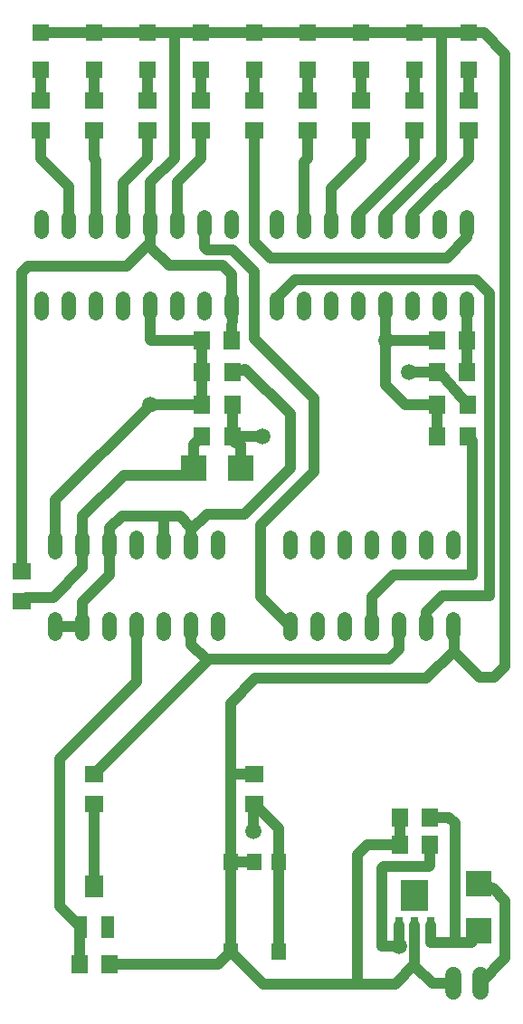
<source format=gbr>
G04 EAGLE Gerber RS-274X export*
G75*
%MOMM*%
%FSLAX34Y34*%
%LPD*%
%INTop Copper*%
%IPPOS*%
%AMOC8*
5,1,8,0,0,1.08239X$1,22.5*%
G01*
%ADD10R,1.600000X1.800000*%
%ADD11R,1.800000X1.600000*%
%ADD12R,2.400000X2.400000*%
%ADD13C,1.320800*%
%ADD14R,0.800000X1.500000*%
%ADD15R,2.500000X3.000000*%
%ADD16C,1.524000*%
%ADD17R,1.500000X1.500000*%
%ADD18R,1.803000X1.600000*%
%ADD19R,1.600000X1.803000*%
%ADD20R,1.300000X2.000000*%
%ADD21R,1.800000X2.000000*%
%ADD22R,1.400000X1.600000*%
%ADD23C,1.016000*%
%ADD24C,1.500000*%


D10*
X201000Y630000D03*
X229000Y630000D03*
X421000Y630000D03*
X449000Y630000D03*
X421000Y600000D03*
X449000Y600000D03*
D11*
X250000Y196000D03*
X250000Y224000D03*
D10*
X86000Y46000D03*
X114000Y46000D03*
D11*
X32500Y386000D03*
X32500Y414000D03*
D10*
X414000Y183500D03*
X386000Y183500D03*
X414000Y158500D03*
X386000Y158500D03*
D12*
X237000Y510000D03*
X193000Y510000D03*
X460000Y78000D03*
X460000Y122000D03*
D13*
X51100Y655296D02*
X51100Y668504D01*
X76500Y668504D02*
X76500Y655296D01*
X203500Y655296D02*
X203500Y668504D01*
X228900Y668504D02*
X228900Y655296D01*
X101900Y655296D02*
X101900Y668504D01*
X127300Y668504D02*
X127300Y655296D01*
X178100Y655296D02*
X178100Y668504D01*
X152700Y668504D02*
X152700Y655296D01*
X228900Y731496D02*
X228900Y744704D01*
X203500Y744704D02*
X203500Y731496D01*
X178100Y731496D02*
X178100Y744704D01*
X152700Y744704D02*
X152700Y731496D01*
X127300Y731496D02*
X127300Y744704D01*
X101900Y744704D02*
X101900Y731496D01*
X76500Y731496D02*
X76500Y744704D01*
X51100Y744704D02*
X51100Y731496D01*
X271100Y668504D02*
X271100Y655296D01*
X296500Y655296D02*
X296500Y668504D01*
X423500Y668504D02*
X423500Y655296D01*
X448900Y655296D02*
X448900Y668504D01*
X321900Y668504D02*
X321900Y655296D01*
X347300Y655296D02*
X347300Y668504D01*
X398100Y668504D02*
X398100Y655296D01*
X372700Y655296D02*
X372700Y668504D01*
X448900Y731496D02*
X448900Y744704D01*
X423500Y744704D02*
X423500Y731496D01*
X398100Y731496D02*
X398100Y744704D01*
X372700Y744704D02*
X372700Y731496D01*
X347300Y731496D02*
X347300Y744704D01*
X321900Y744704D02*
X321900Y731496D01*
X296500Y731496D02*
X296500Y744704D01*
X271100Y744704D02*
X271100Y731496D01*
X283800Y368504D02*
X283800Y355296D01*
X309200Y355296D02*
X309200Y368504D01*
X436200Y368504D02*
X436200Y355296D01*
X436200Y431496D02*
X436200Y444704D01*
X334600Y368504D02*
X334600Y355296D01*
X360000Y355296D02*
X360000Y368504D01*
X410800Y368504D02*
X410800Y355296D01*
X385400Y355296D02*
X385400Y368504D01*
X410800Y431496D02*
X410800Y444704D01*
X385400Y444704D02*
X385400Y431496D01*
X360000Y431496D02*
X360000Y444704D01*
X334600Y444704D02*
X334600Y431496D01*
X309200Y431496D02*
X309200Y444704D01*
X283800Y444704D02*
X283800Y431496D01*
X63800Y368504D02*
X63800Y355296D01*
X89200Y355296D02*
X89200Y368504D01*
X216200Y368504D02*
X216200Y355296D01*
X216200Y431496D02*
X216200Y444704D01*
X114600Y368504D02*
X114600Y355296D01*
X140000Y355296D02*
X140000Y368504D01*
X190800Y368504D02*
X190800Y355296D01*
X165400Y355296D02*
X165400Y368504D01*
X190800Y431496D02*
X190800Y444704D01*
X165400Y444704D02*
X165400Y431496D01*
X140000Y431496D02*
X140000Y444704D01*
X114600Y444704D02*
X114600Y431496D01*
X89200Y431496D02*
X89200Y444704D01*
X63800Y444704D02*
X63800Y431496D01*
D14*
X415000Y82500D03*
X385000Y82500D03*
X400000Y82500D03*
D15*
X400000Y110500D03*
D16*
X435600Y36120D02*
X435600Y20880D01*
X461000Y20880D02*
X461000Y36120D01*
D17*
X50000Y917500D03*
X50000Y882500D03*
X100000Y917500D03*
X100000Y882500D03*
X150000Y917500D03*
X150000Y882500D03*
X200000Y917500D03*
X200000Y882500D03*
X300000Y917500D03*
X300000Y882500D03*
X350000Y917500D03*
X350000Y882500D03*
X400000Y917500D03*
X400000Y882500D03*
X450000Y917500D03*
X450000Y882500D03*
X250000Y917500D03*
X250000Y882500D03*
D18*
X50000Y854220D03*
X50000Y825780D03*
D19*
X420780Y570000D03*
X449220Y570000D03*
X420780Y540000D03*
X449220Y540000D03*
X200780Y600000D03*
X229220Y600000D03*
X200780Y540000D03*
X229220Y540000D03*
X200780Y570000D03*
X229220Y570000D03*
D20*
X87500Y81000D03*
X112500Y81000D03*
D21*
X100000Y119000D03*
D18*
X100000Y195780D03*
X100000Y224220D03*
X100000Y854220D03*
X100000Y825780D03*
X150000Y854220D03*
X150000Y825780D03*
X200000Y854220D03*
X200000Y825780D03*
X250000Y854220D03*
X250000Y825780D03*
X300000Y854220D03*
X300000Y825780D03*
X350000Y854220D03*
X350000Y825780D03*
X400000Y854220D03*
X400000Y825780D03*
X450000Y854220D03*
X450000Y825780D03*
D22*
X272500Y58000D03*
X272500Y142000D03*
X250000Y142000D03*
X227500Y142000D03*
X227500Y58000D03*
D23*
X152700Y738100D02*
X152700Y777700D01*
X175000Y800000D01*
X197500Y915000D02*
X200000Y917500D01*
X150000Y917500D02*
X100000Y917500D01*
X50000Y917500D01*
X200000Y917500D02*
X250000Y917500D01*
X300000Y917500D01*
X350000Y917500D01*
X400000Y917500D01*
X425000Y917500D01*
X450000Y917500D01*
X175000Y917500D02*
X150000Y917500D01*
X175000Y917500D02*
X200000Y917500D01*
X175000Y917500D02*
X175000Y800000D01*
X372700Y747700D02*
X372700Y738100D01*
X372700Y747700D02*
X425000Y800000D01*
X425000Y917500D01*
X228900Y661900D02*
X230000Y660800D01*
X228900Y661900D02*
X228900Y691100D01*
X220000Y700000D02*
X170000Y700000D01*
X152700Y717300D01*
X152700Y738100D01*
X220000Y700000D02*
X228900Y691100D01*
X229100Y661700D02*
X229000Y630000D01*
X229100Y661700D02*
X228900Y661900D01*
X448800Y661800D02*
X449000Y630000D01*
X448800Y661800D02*
X448900Y661900D01*
X448800Y603800D02*
X449000Y600000D01*
X484684Y897316D02*
X464500Y917500D01*
X450000Y917500D01*
X450500Y605500D02*
X449000Y600000D01*
X449000Y630000D02*
X449300Y630500D01*
X448900Y661900D02*
X449000Y662000D01*
X449000Y630000D02*
X449000Y600000D01*
X250000Y142000D02*
X227500Y142000D01*
X227500Y58000D01*
X227500Y142000D02*
X227500Y225000D01*
X227500Y290500D01*
X411000Y314000D02*
X436500Y339500D01*
X436500Y361600D01*
X436200Y361900D01*
X251000Y314000D02*
X227500Y290500D01*
X251000Y314000D02*
X411000Y314000D01*
X250000Y224000D02*
X228500Y224000D01*
X227500Y225000D01*
X32500Y414000D02*
X32500Y693000D01*
X38500Y699000D01*
X130500Y699000D01*
X152700Y721200D01*
X152700Y738100D01*
X114000Y46000D02*
X215500Y46000D01*
X227500Y58000D01*
X400000Y45000D02*
X400000Y82500D01*
X416500Y28500D02*
X435600Y28500D01*
X416500Y28500D02*
X400000Y45000D01*
X400000Y46000D02*
X400000Y82500D01*
X400000Y46000D02*
X381500Y27500D01*
X346000Y27500D01*
X258000Y27500D01*
X227500Y58000D01*
X460500Y314500D02*
X474500Y314500D01*
X460500Y314500D02*
X436500Y338500D01*
X436500Y339500D01*
X484684Y324684D02*
X484684Y897316D01*
X484684Y324684D02*
X474500Y314500D01*
X386000Y183500D02*
X386000Y158500D01*
X355500Y158500D01*
X346000Y149000D02*
X346000Y27500D01*
X346000Y149000D02*
X355500Y158500D01*
X200780Y600000D02*
X199780Y602400D01*
X200180Y629080D02*
X201000Y630000D01*
X63800Y480300D02*
X63800Y438100D01*
X200780Y570000D02*
X199080Y574000D01*
X201000Y630000D02*
X153000Y630000D01*
D24*
X373000Y630000D03*
D23*
X372700Y630300D02*
X372700Y661900D01*
X372700Y630300D02*
X373000Y630000D01*
X421000Y630000D01*
X372500Y630100D02*
X372500Y588500D01*
X372500Y630100D02*
X372700Y630300D01*
D24*
X152500Y570000D03*
D23*
X152500Y569000D01*
X63800Y480300D01*
X200780Y570000D02*
X199580Y573500D01*
D24*
X385000Y63500D03*
D23*
X385000Y82500D01*
X283800Y438100D02*
X283800Y443300D01*
X153000Y630000D02*
X152700Y630300D01*
X152700Y661900D01*
X152500Y570000D02*
X200780Y570000D01*
X200780Y600000D01*
X201000Y600220D02*
X201000Y630000D01*
X201000Y600220D02*
X200780Y600000D01*
X372500Y588500D02*
X391000Y570000D01*
X420780Y570000D01*
X420780Y540000D01*
X414000Y158500D02*
X414000Y157500D01*
X414000Y138500D01*
X413000Y137500D01*
X371000Y137500D01*
X369500Y136000D01*
X369500Y63000D01*
X384500Y63000D01*
X385000Y63500D01*
X101900Y738100D02*
X101900Y798100D01*
X100000Y800000D01*
X100000Y825780D01*
X127300Y777300D02*
X127300Y738100D01*
X127300Y777300D02*
X150000Y800000D01*
X150000Y825780D01*
X178100Y778100D02*
X178100Y738100D01*
X178100Y778100D02*
X200000Y800000D01*
X200000Y825780D01*
X321900Y771900D02*
X321900Y738100D01*
X321900Y771900D02*
X350000Y800000D01*
X350000Y825780D01*
X347300Y747300D02*
X347300Y738100D01*
X347300Y747300D02*
X400000Y800000D01*
X400000Y825780D01*
X398100Y748100D02*
X398100Y738100D01*
X398100Y748100D02*
X450000Y800000D01*
X450000Y825780D01*
X448900Y738100D02*
X448900Y725900D01*
X430000Y707000D01*
X265000Y707000D01*
X250000Y722000D02*
X250000Y825780D01*
X250000Y722000D02*
X265000Y707000D01*
D24*
X394500Y600000D03*
D23*
X421000Y602420D02*
X449220Y570000D01*
X421000Y600000D02*
X421000Y602420D01*
X421000Y600000D02*
X394500Y600000D01*
X203500Y717000D02*
X203500Y738100D01*
X203500Y717000D02*
X206000Y714500D01*
X229500Y714500D01*
X250000Y694000D01*
X250000Y631000D02*
X305500Y575500D01*
X305500Y507000D01*
X255500Y457000D01*
X255500Y390200D01*
X283800Y361900D01*
X250000Y631000D02*
X250000Y694000D01*
X114600Y454100D02*
X114600Y438100D01*
X114600Y454100D02*
X126000Y465500D01*
X165500Y465500D01*
X180000Y465500D01*
X190800Y454700D02*
X190800Y438100D01*
X190800Y454700D02*
X180000Y465500D01*
X165400Y465400D02*
X165400Y438100D01*
X165400Y465400D02*
X165500Y465500D01*
X89200Y384700D02*
X89200Y361900D01*
X114600Y410100D02*
X114600Y438100D01*
X114600Y410100D02*
X89200Y384700D01*
X89200Y361900D02*
X63800Y361900D01*
X229220Y600000D02*
X241700Y602800D01*
X283500Y561000D02*
X283500Y510500D01*
X240500Y467500D01*
X205500Y467500D01*
X190800Y452800D01*
X190800Y438100D01*
X283500Y561000D02*
X241700Y602800D01*
X380000Y410000D02*
X453500Y410000D01*
X380000Y410000D02*
X360000Y390000D01*
X360000Y361900D01*
X453500Y535720D02*
X449220Y540000D01*
X453500Y535720D02*
X453500Y410000D01*
X469500Y391000D02*
X426000Y391000D01*
X410800Y375800D01*
X410800Y361900D01*
X469500Y391000D02*
X469500Y673500D01*
X457000Y686000D02*
X288000Y686000D01*
X271100Y669100D01*
X271100Y661900D01*
X457000Y686000D02*
X469500Y673500D01*
X190800Y361900D02*
X190800Y345800D01*
X190500Y345500D01*
X204750Y331250D01*
X375750Y331250D01*
X385400Y340900D02*
X385400Y361900D01*
X385400Y340900D02*
X375750Y331250D01*
X204750Y328970D02*
X100000Y224220D01*
X204750Y328970D02*
X204750Y331250D01*
X232000Y534220D02*
X229220Y540000D01*
D24*
X257000Y540000D03*
D23*
X165400Y361900D02*
X165500Y361800D01*
X250000Y196000D02*
X272500Y173500D01*
X272500Y142000D01*
X272500Y58000D01*
D24*
X248500Y171000D03*
D23*
X248500Y194500D01*
X250000Y196000D01*
X229220Y540000D02*
X229220Y570000D01*
X229220Y540000D02*
X257000Y540000D01*
X237000Y532220D02*
X229220Y540000D01*
X237000Y532220D02*
X237000Y510000D01*
X89200Y465200D02*
X89200Y438100D01*
X89200Y465200D02*
X127500Y503500D01*
X187500Y503500D01*
X193000Y510000D01*
X193000Y532220D02*
X200780Y540000D01*
X193000Y532220D02*
X193000Y510000D01*
X36000Y389500D02*
X32500Y386000D01*
X36000Y389500D02*
X61500Y389500D01*
X89200Y417200D01*
X89200Y438100D01*
X68000Y100500D02*
X87500Y81000D01*
X68000Y100500D02*
X68000Y238500D01*
X140000Y310500D02*
X140000Y361900D01*
X140000Y310500D02*
X68000Y238500D01*
X86000Y79500D02*
X86000Y46000D01*
X86000Y79500D02*
X87500Y81000D01*
X100000Y119000D02*
X100000Y195780D01*
X453200Y66500D02*
X460000Y78000D01*
X453200Y66500D02*
X435500Y66500D01*
X415500Y66500D01*
X415000Y67000D01*
X415000Y82500D01*
X414000Y183500D02*
X432000Y183500D01*
X437500Y178000D01*
X437500Y68500D01*
X435500Y66500D01*
X461000Y28500D02*
X484500Y52000D01*
X484500Y106000D01*
X473200Y117300D01*
X460000Y122000D01*
X50000Y854220D02*
X50000Y882500D01*
X100000Y882500D02*
X100000Y854220D01*
X150000Y854220D02*
X150000Y882500D01*
X200000Y882500D02*
X200000Y854220D01*
X250000Y854220D02*
X250000Y882500D01*
X300000Y882500D02*
X300000Y854220D01*
X350000Y854220D02*
X350000Y882500D01*
X400000Y882500D02*
X400000Y854220D01*
X450000Y854220D02*
X450000Y882500D01*
X296500Y796500D02*
X296500Y738100D01*
X296500Y796500D02*
X300000Y800000D01*
X300000Y825780D01*
X76500Y773500D02*
X76500Y738100D01*
X76500Y773500D02*
X50000Y800000D01*
X50000Y825780D01*
M02*

</source>
